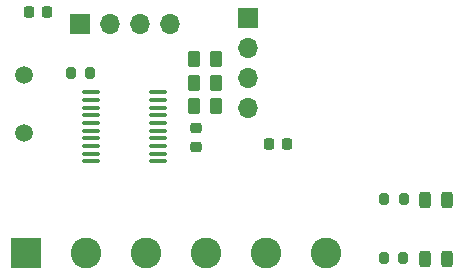
<source format=gbr>
%TF.GenerationSoftware,KiCad,Pcbnew,8.0.7*%
%TF.CreationDate,2025-04-18T18:12:16+03:00*%
%TF.ProjectId,PUBG_KEY,50554247-5f4b-4455-992e-6b696361645f,rev?*%
%TF.SameCoordinates,Original*%
%TF.FileFunction,Soldermask,Top*%
%TF.FilePolarity,Negative*%
%FSLAX46Y46*%
G04 Gerber Fmt 4.6, Leading zero omitted, Abs format (unit mm)*
G04 Created by KiCad (PCBNEW 8.0.7) date 2025-04-18 18:12:16*
%MOMM*%
%LPD*%
G01*
G04 APERTURE LIST*
G04 Aperture macros list*
%AMRoundRect*
0 Rectangle with rounded corners*
0 $1 Rounding radius*
0 $2 $3 $4 $5 $6 $7 $8 $9 X,Y pos of 4 corners*
0 Add a 4 corners polygon primitive as box body*
4,1,4,$2,$3,$4,$5,$6,$7,$8,$9,$2,$3,0*
0 Add four circle primitives for the rounded corners*
1,1,$1+$1,$2,$3*
1,1,$1+$1,$4,$5*
1,1,$1+$1,$6,$7*
1,1,$1+$1,$8,$9*
0 Add four rect primitives between the rounded corners*
20,1,$1+$1,$2,$3,$4,$5,0*
20,1,$1+$1,$4,$5,$6,$7,0*
20,1,$1+$1,$6,$7,$8,$9,0*
20,1,$1+$1,$8,$9,$2,$3,0*%
G04 Aperture macros list end*
%ADD10RoundRect,0.200000X-0.200000X-0.275000X0.200000X-0.275000X0.200000X0.275000X-0.200000X0.275000X0*%
%ADD11RoundRect,0.225000X0.225000X0.250000X-0.225000X0.250000X-0.225000X-0.250000X0.225000X-0.250000X0*%
%ADD12RoundRect,0.225000X-0.250000X0.225000X-0.250000X-0.225000X0.250000X-0.225000X0.250000X0.225000X0*%
%ADD13RoundRect,0.243750X0.243750X0.456250X-0.243750X0.456250X-0.243750X-0.456250X0.243750X-0.456250X0*%
%ADD14R,1.700000X1.700000*%
%ADD15O,1.700000X1.700000*%
%ADD16RoundRect,0.100000X-0.637500X-0.100000X0.637500X-0.100000X0.637500X0.100000X-0.637500X0.100000X0*%
%ADD17R,2.600000X2.600000*%
%ADD18C,2.600000*%
%ADD19C,1.500000*%
%ADD20RoundRect,0.250000X-0.262500X-0.450000X0.262500X-0.450000X0.262500X0.450000X-0.262500X0.450000X0*%
G04 APERTURE END LIST*
D10*
%TO.C,R1*%
X65965000Y-74940000D03*
X67615000Y-74940000D03*
%TD*%
%TO.C,R10*%
X92472500Y-85620000D03*
X94122500Y-85620000D03*
%TD*%
D11*
%TO.C,C3*%
X84245000Y-80970000D03*
X82695000Y-80970000D03*
%TD*%
D12*
%TO.C,C4*%
X76550000Y-79625000D03*
X76550000Y-81175000D03*
%TD*%
D13*
%TO.C,Run*%
X97790000Y-85680000D03*
X95915000Y-85680000D03*
%TD*%
D14*
%TO.C,USB*%
X80910000Y-70305000D03*
D15*
X80910000Y-72845000D03*
X80910000Y-75385000D03*
X80910000Y-77925000D03*
%TD*%
D10*
%TO.C,R9*%
X92467500Y-90640000D03*
X94117500Y-90640000D03*
%TD*%
D11*
%TO.C,C7*%
X63940000Y-69810000D03*
X62390000Y-69810000D03*
%TD*%
D16*
%TO.C,U1*%
X67637500Y-76575000D03*
X67637500Y-77225000D03*
X67637500Y-77875000D03*
X67637500Y-78525000D03*
X67637500Y-79175000D03*
X67637500Y-79825000D03*
X67637500Y-80475000D03*
X67637500Y-81125000D03*
X67637500Y-81775000D03*
X67637500Y-82425000D03*
X73362500Y-82425000D03*
X73362500Y-81775000D03*
X73362500Y-81125000D03*
X73362500Y-80475000D03*
X73362500Y-79825000D03*
X73362500Y-79175000D03*
X73362500Y-78525000D03*
X73362500Y-77875000D03*
X73362500Y-77225000D03*
X73362500Y-76575000D03*
%TD*%
D17*
%TO.C,J3*%
X62190000Y-90190000D03*
D18*
X67270000Y-90190000D03*
X72350000Y-90190000D03*
X77430000Y-90190000D03*
X82510000Y-90190000D03*
X87590000Y-90190000D03*
%TD*%
D19*
%TO.C,Y1*%
X61950000Y-75150000D03*
X61950000Y-80030000D03*
%TD*%
D20*
%TO.C,R2*%
X76395000Y-75770000D03*
X78220000Y-75770000D03*
%TD*%
D14*
%TO.C,Debug*%
X66690000Y-70830000D03*
D15*
X69230000Y-70830000D03*
X71770000Y-70830000D03*
X74310000Y-70830000D03*
%TD*%
D20*
%TO.C,R4*%
X76395000Y-73770000D03*
X78220000Y-73770000D03*
%TD*%
D13*
%TO.C,Key*%
X97790000Y-90730000D03*
X95915000Y-90730000D03*
%TD*%
D20*
%TO.C,R3*%
X76395000Y-77770000D03*
X78220000Y-77770000D03*
%TD*%
M02*

</source>
